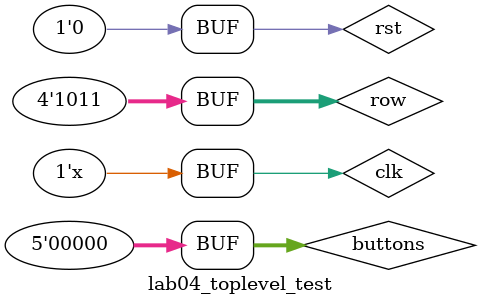
<source format=v>
`timescale 1ns / 1ps


module lab04_toplevel_test;

	// Inputs
	reg clk;
	reg rst;
	reg [3:0] row;
	reg [4:0] buttons;

	// Outputs
	wire [7:0] leds;
	wire [3:0] column;
	wire a;
	wire b;
	wire c;
	wire d;
	wire e;
	wire f;
	wire g;
	wire dp;
	wire an1;
	wire an2;
	wire an3;
	wire an4;
	
	always
	#10 clk = ~clk;

	// Instantiate the Unit Under Test (UUT)
	exampleVerilog uut (
		.clk(clk), 
		.rst(rst), 
		.row(row), 
		.buttons(buttons), 
		.leds(leds), 
		.column(column), 
		.a(a), 
		.b(b), 
		.c(c), 
		.d(d), 
		.e(e), 
		.f(f), 
		.g(g), 
		.dp(dp), 
		.an1(an1), 
		.an2(an2), 
		.an3(an3), 
		.an4(an4)
	);

	initial begin
		// Initialize Inputs
		clk = 0;
		rst = 0;
		row = 4'b1111;
		buttons = 0;
		#1;
		rst = 1;
		#1;
		rst = 0;

		// Wait 100 ns for global reset to finish
		#100;
		
		row = 4'b1011;
        
		// Add stimulus here

	end
      
endmodule


</source>
